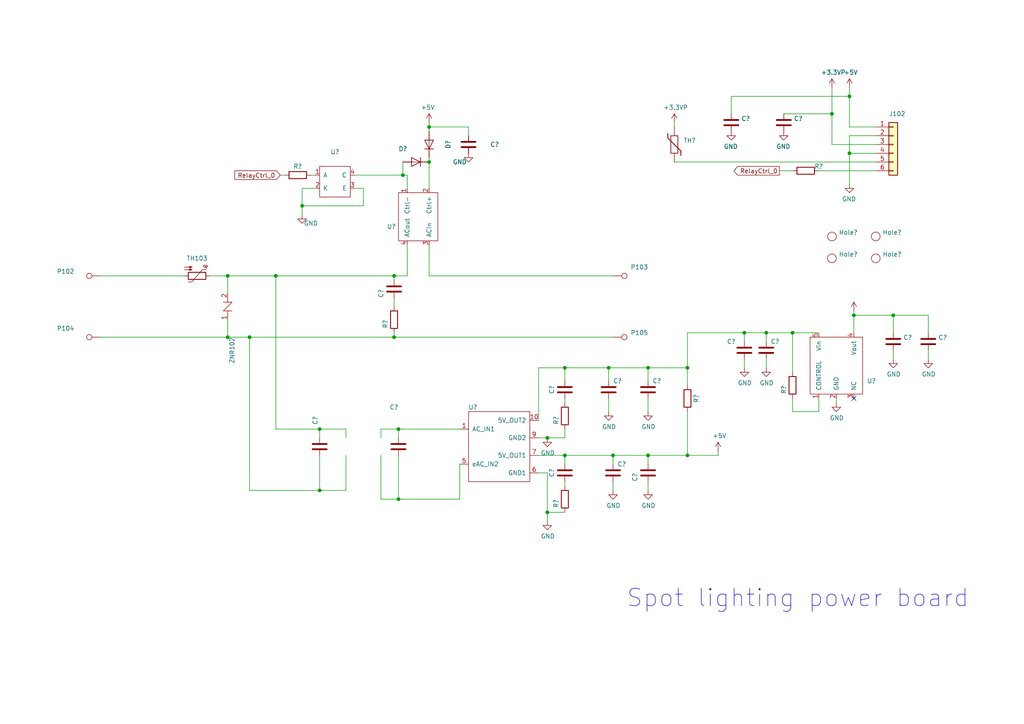
<source format=kicad_sch>
(kicad_sch (version 20211123) (generator eeschema)
  (paper "A4")
  (lib_symbols
    (symbol "Connector:TestPoint" (pin_numbers hide) (pin_names (offset 0.762) hide)
      (property "Reference" "TP" (at 0 6.858 0))
      (property "Value" "TestPoint" (at 0 5.08 0))
      (symbol "TestPoint_0_1"
        (circle (center 0 3.302) (radius 0.762))
      )
      (symbol "TestPoint_1_1"
        (pin passive line (at 0 0 90) (length 2.54) (name "1") (number "1"))
      )
    )
    (symbol "Connector_Generic:Conn_01x06" (pin_names (offset 1.016) hide)
      (property "Reference" "J" (at 0 7.62 0))
      (property "Value" "Conn_01x06" (at 0 -10.16 0))
      (symbol "Conn_01x06_1_1"
        (rectangle (start -1.27 -7.493) (end 0 -7.747) (stroke (width 0.1524)))
        (rectangle (start -1.27 -4.953) (end 0 -5.207) (stroke (width 0.1524)))
        (rectangle (start -1.27 -2.413) (end 0 -2.667) (stroke (width 0.1524)))
        (rectangle (start -1.27 0.127) (end 0 -0.127) (stroke (width 0.1524)))
        (rectangle (start -1.27 2.667) (end 0 2.413) (stroke (width 0.1524)))
        (rectangle (start -1.27 5.207) (end 0 4.953) (stroke (width 0.1524)))
        (rectangle (start -1.27 6.35) (end 1.27 -8.89) (stroke (width 0.254)) (fill (type background)))
        (pin passive line (at -5.08 5.08 0) (length 3.81) (name "Pin_1") (number "1"))
        (pin passive line (at -5.08 2.54 0) (length 3.81) (name "Pin_2") (number "2"))
        (pin passive line (at -5.08 0 0) (length 3.81) (name "Pin_3") (number "3"))
        (pin passive line (at -5.08 -2.54 0) (length 3.81) (name "Pin_4") (number "4"))
        (pin passive line (at -5.08 -5.08 0) (length 3.81) (name "Pin_5") (number "5"))
        (pin passive line (at -5.08 -7.62 0) (length 3.81) (name "Pin_6") (number "6"))
      )
    )
    (symbol "Device:R" (pin_numbers hide) (pin_names (offset 0))
      (property "Reference" "R" (at 2.032 0 90))
      (property "Value" "R" (at 0 0 90))
      (symbol "R_0_1"
        (rectangle (start -1.016 -2.54) (end 1.016 2.54) (stroke (width 0.254)))
      )
      (symbol "R_1_1"
        (pin passive line (at 0 3.81 270) (length 1.27) (name "~") (number "1"))
        (pin passive line (at 0 -3.81 90) (length 1.27) (name "~") (number "2"))
      )
    )
    (symbol "Device:Thermistor" (pin_numbers hide) (pin_names (offset 0))
      (property "Reference" "TH" (at 2.54 1.27 90))
      (property "Value" "Thermistor" (at -2.54 0 90))
      (symbol "Thermistor_0_1"
        (rectangle (start -1.016 2.54) (end 1.016 -2.54) (stroke (width 0.2032)))
        (polyline (pts (xy -1.905 3.175) (xy -1.905 1.905) (xy 1.905 -1.905) (xy 1.905 -3.175) (xy 1.905 -3.175)) (stroke (width 0.254)))
      )
      (symbol "Thermistor_1_1"
        (pin passive line (at 0 5.08 270) (length 2.54) (name "~") (number "1"))
        (pin passive line (at 0 -5.08 90) (length 2.54) (name "~") (number "2"))
      )
    )
    (symbol "Device:Thermistor_PTC" (pin_numbers hide) (pin_names (offset 0))
      (property "Reference" "TH" (at -4.064 0 90))
      (property "Value" "Thermistor_PTC" (at 3.048 0 90))
      (symbol "Thermistor_PTC_0_1"
        (arc (start -3.048 2.159) (mid -3.0495 2.3143) (end -3.175 2.413))
        (arc (start -3.048 2.159) (mid -2.9736 1.9794) (end -2.794 1.905))
        (arc (start -3.048 2.794) (mid -2.9736 2.6144) (end -2.794 2.54))
        (arc (start -2.794 1.905) (mid -2.6144 1.9794) (end -2.54 2.159))
        (arc (start -2.794 2.54) (mid -2.4393 2.5587) (end -2.159 2.794))
        (arc (start -2.794 3.048) (mid -2.9736 2.9736) (end -3.048 2.794))
        (arc (start -2.54 2.794) (mid -2.6144 2.9736) (end -2.794 3.048))
        (rectangle (start -1.016 2.54) (end 1.016 -2.54) (stroke (width 0.254)))
        (polyline (pts (xy -2.54 2.159) (xy -2.54 2.794)))
        (polyline (pts (xy -1.778 2.54) (xy -1.778 1.524) (xy 1.778 -1.524) (xy 1.778 -2.54)))
        (polyline (pts (xy -2.54 -3.683) (xy -2.54 -1.397) (xy -2.794 -2.159) (xy -2.286 -2.159) (xy -2.54 -1.397) (xy -2.54 -1.651)) (fill (type outline)))
        (polyline (pts (xy -1.778 -3.683) (xy -1.778 -1.397) (xy -2.032 -2.159) (xy -1.524 -2.159) (xy -1.778 -1.397) (xy -1.778 -1.651)) (fill (type outline)))
      )
      (symbol "Thermistor_PTC_1_1"
        (pin passive line (at 0 3.81 270) (length 1.27) (name "~") (number "1"))
        (pin passive line (at 0 -3.81 90) (length 1.27) (name "~") (number "2"))
      )
    )
    (symbol "power:+3.3VP" (power) (pin_names (offset 0))
      (property "Value" "+3.3VP" (at 0 2.54 0))
      (symbol "+3.3VP_0_0"
        (pin power_in line (at 0 0 90) (length 0) hide (name "+3.3VP") (number "1"))
      )
      (symbol "+3.3VP_0_1"
        (polyline (pts (xy -0.762 1.27) (xy 0 2.54)))
        (polyline (pts (xy 0 0) (xy 0 2.54)))
        (polyline (pts (xy 0 2.54) (xy 0.762 1.27)))
      )
    )
    (symbol "power:+5V" (power) (pin_names (offset 0))
      (property "Value" "+5V" (at 0 3.556 0))
      (symbol "+5V_0_1"
        (polyline (pts (xy -0.762 1.27) (xy 0 2.54)))
        (polyline (pts (xy 0 0) (xy 0 2.54)))
        (polyline (pts (xy 0 2.54) (xy 0.762 1.27)))
      )
      (symbol "+5V_1_1"
        (pin power_in line (at 0 0 90) (length 0) hide (name "+5V") (number "1"))
      )
    )
    (symbol "power:GND" (power) (pin_names (offset 0))
      (property "Value" "GND" (at 0 -3.81 0))
      (symbol "GND_0_1"
        (polyline (pts (xy 0 0) (xy 0 -1.27) (xy 1.27 -1.27) (xy 0 -2.54) (xy -1.27 -1.27) (xy 0 -1.27)))
      )
      (symbol "GND_1_1"
        (pin power_in line (at 0 0 270) (length 0) hide (name "GND") (number "1"))
      )
    )
    (symbol "spot-rescue:47252-spot-spot-rescue" (pin_names (offset 1.016))
      (property "Reference" "U" (at -7.62 11.43 0))
      (property "Value" "47252-spot-spot-rescue" (at -6.35 -11.43 0))
      (symbol "47252-spot-spot-rescue_0_1"
        (rectangle (start -8.89 10.16) (end 8.89 -10.16))
      )
      (symbol "47252-spot-spot-rescue_1_1"
        (pin input line (at -11.43 5.08 0) (length 2.54) (name "AC_IN1") (number "1"))
        (pin output line (at 11.43 7.62 180) (length 2.54) (name "5V_OUT2") (number "10"))
        (pin input line (at -11.43 -5.08 0) (length 2.54) (name "eAC_IN2") (number "5"))
        (pin input line (at 11.43 -7.62 180) (length 2.54) (name "GND1") (number "6"))
        (pin output line (at 11.43 -2.54 180) (length 2.54) (name "5V_OUT1") (number "7"))
        (pin input line (at 11.43 2.54 180) (length 2.54) (name "GND2") (number "9"))
      )
    )
    (symbol "spot-rescue:AQG12205-spot-spot-rescue" (pin_names (offset 1.016))
      (property "Reference" "U" (at -7.62 0 0))
      (property "Value" "AQG12205-spot-spot-rescue" (at -3.81 -2.54 0))
      (symbol "AQG12205-spot-spot-rescue_0_1"
        (rectangle (start 2.54 10.16) (end 13.97 -3.81))
      )
      (symbol "AQG12205-spot-spot-rescue_1_1"
        (pin input line (at 11.43 11.43 270) (length 1.27) (name "Ctrl-") (number "1"))
        (pin input line (at 5.08 11.43 270) (length 1.27) (name "Ctrl+") (number "2"))
        (pin input line (at 5.08 -5.08 90) (length 1.27) (name "ACin") (number "3"))
        (pin input line (at 11.43 -5.08 90) (length 1.27) (name "ACout") (number "4"))
      )
    )
    (symbol "spot-rescue:C-spot-spot-rescue" (pin_numbers hide) (pin_names (offset 0.254))
      (property "Reference" "C" (at 0.635 2.54 0))
      (property "Value" "C-spot-spot-rescue" (at 0.635 -2.54 0))
      (symbol "C-spot-spot-rescue_0_1"
        (polyline (pts (xy -2.032 -0.762) (xy 2.032 -0.762)) (stroke (width 0.508)))
        (polyline (pts (xy -2.032 0.762) (xy 2.032 0.762)) (stroke (width 0.508)))
      )
      (symbol "C-spot-spot-rescue_1_1"
        (pin passive line (at 0 2.54 270) (length 1.4986) (name "~") (number "1"))
        (pin passive line (at 0 -2.54 90) (length 1.4986) (name "~") (number "2"))
      )
    )
    (symbol "spot-rescue:D-spot-spot-rescue" (pin_numbers hide) (pin_names (offset 1.016) hide)
      (property "Reference" "D" (at 0 2.54 0))
      (property "Value" "D-spot-spot-rescue" (at 0 -2.54 0))
      (symbol "D-spot-spot-rescue_0_1"
        (polyline (pts (xy -1.27 1.27) (xy -1.27 -1.27)) (stroke (width 0.2032)))
        (polyline (pts (xy 1.27 0) (xy -1.27 0)))
        (polyline (pts (xy 1.27 1.27) (xy 1.27 -1.27) (xy -1.27 0) (xy 1.27 1.27)) (stroke (width 0.2032)))
      )
      (symbol "D-spot-spot-rescue_1_1"
        (pin passive line (at 3.81 0 180) (length 2.54) (name "A") (number "A"))
        (pin passive line (at -3.81 0 0) (length 2.54) (name "K") (number "K"))
      )
    )
    (symbol "spot-rescue:Hole-spot-rescue" (pin_names (offset 1.016))
      (property "Reference" "Hole" (at 0 -3.81 0))
      (property "Value" "Hole-spot-rescue" (at 0 -3.81 0))
      (symbol "Hole-spot-rescue_0_1"
        (circle (center 0 0) (radius 1.27))
      )
    )
    (symbol "spot-rescue:NJM2884U1-33-TE1-spot-spot-rescue" (pin_names (offset 1.016))
      (property "Reference" "U" (at -7.62 8.89 0))
      (property "Value" "NJM2884U1-33-TE1-spot-spot-rescue" (at 0 -10.16 0))
      (symbol "NJM2884U1-33-TE1-spot-spot-rescue_0_1"
        (rectangle (start -8.89 7.62) (end 7.62 -7.62))
      )
      (symbol "NJM2884U1-33-TE1-spot-spot-rescue_1_1"
        (pin input line (at -10.16 5.08 0) (length 1.27) (name "CONTROL") (number "1"))
        (pin input line (at -10.16 0 0) (length 1.27) (name "GND") (number "2"))
        (pin input line (at -10.16 -5.08 0) (length 1.27) (name "NC") (number "3"))
        (pin input line (at 8.89 -5.08 180) (length 1.27) (name "Vout") (number "4"))
        (pin input line (at 8.89 5.08 180) (length 1.27) (name "Vin") (number "5"))
      )
    )
    (symbol "spot-rescue:TLP291-spot-spot-rescue" (pin_names (offset 1.016))
      (property "Reference" "U" (at -2.54 5.08 0))
      (property "Value" "TLP291-spot-spot-rescue" (at 0 -6.35 0))
      (symbol "TLP291-spot-spot-rescue_0_1"
        (rectangle (start -3.81 3.81) (end 5.08 -5.08))
      )
      (symbol "TLP291-spot-spot-rescue_1_1"
        (pin input line (at -5.08 1.27 0) (length 1.2446) (name "A") (number "1"))
        (pin input line (at -5.08 -2.54 0) (length 1.2446) (name "K") (number "2"))
        (pin input line (at 6.35 -2.54 180) (length 1.2446) (name "E") (number "3"))
        (pin input line (at 6.35 1.27 180) (length 1.2446) (name "C") (number "4"))
      )
    )
    (symbol "spot-rescue:ZNR-spot-rescue" (pin_names (offset 1.016))
      (property "Reference" "ZNR" (at -2.54 7.62 0))
      (property "Value" "ZNR-spot-rescue" (at 1.27 -7.62 0))
      (symbol "ZNR-spot-rescue_0_1"
        (polyline (pts (xy 0 -1.27) (xy 0 -2.54)))
        (polyline (pts (xy 0 1.27) (xy 0 2.54)))
        (polyline (pts (xy -1.27 1.27) (xy 1.27 1.27) (xy -1.27 -1.27) (xy 1.27 -1.27)))
      )
      (symbol "ZNR-spot-rescue_1_1"
        (pin input line (at 0 3.81 270) (length 1.27) (name "~") (number "1"))
        (pin input line (at 0 -3.81 90) (length 1.27) (name "~") (number "2"))
      )
    )
  )
  (junction (at 163.83 106.68))
  (junction (at 187.96 106.68))
  (junction (at 177.8 132.08))
  (junction (at 80.01 80.01))
  (junction (at 229.87 96.52))
  (junction (at 124.46 46.99))
  (junction (at 72.39 97.79))
  (junction (at 222.25 96.52))
  (junction (at 114.3 80.01))
  (junction (at 176.53 106.68))
  (junction (at 124.46 36.83))
  (junction (at 116.84 50.8))
  (junction (at 92.71 124.46))
  (junction (at 199.39 106.68))
  (junction (at 87.63 59.69))
  (junction (at 246.38 27.94))
  (junction (at 158.75 148.59))
  (junction (at 199.39 132.08))
  (junction (at 163.83 132.08))
  (junction (at 187.96 132.08))
  (junction (at 215.9 96.52))
  (junction (at 115.57 144.78))
  (junction (at 115.57 124.46))
  (junction (at 66.04 80.01))
  (junction (at 241.3 33.02))
  (junction (at 158.75 127))
  (junction (at 247.65 91.44))
  (junction (at 114.3 97.79))
  (junction (at 246.38 44.45))
  (junction (at 259.08 91.44))
  (junction (at 66.04 97.79))
  (junction (at 92.71 142.24))
  (no_connect (at 247.65 115.57))
  (wire (pts (xy 229.87 115.57) (xy 229.87 119.38)))
  (wire (pts (xy 269.24 104.14) (xy 269.24 101.6)))
  (wire (pts (xy 80.01 124.46) (xy 80.01 80.01)))
  (wire (pts (xy 247.65 91.44) (xy 259.08 91.44)))
  (wire (pts (xy 66.04 92.71) (xy 66.04 97.79)))
  (wire (pts (xy 92.71 127) (xy 92.71 124.46)))
  (wire (pts (xy 158.75 137.16) (xy 156.21 137.16)))
  (wire (pts (xy 163.83 110.49) (xy 163.83 106.68)))
  (wire (pts (xy 135.89 36.83) (xy 124.46 36.83)))
  (wire (pts (xy 115.57 132.08) (xy 115.57 144.78)))
  (wire (pts (xy 80.01 80.01) (xy 114.3 80.01)))
  (wire (pts (xy 222.25 99.06) (xy 222.25 96.52)))
  (wire (pts (xy 215.9 96.52) (xy 222.25 96.52)))
  (wire (pts (xy 116.84 46.99) (xy 116.84 50.8)))
  (wire (pts (xy 105.41 59.69) (xy 87.63 59.69)))
  (wire (pts (xy 242.57 115.57) (xy 242.57 116.84)))
  (wire (pts (xy 212.09 33.02) (xy 212.09 27.94)))
  (wire (pts (xy 176.53 119.38) (xy 176.53 115.57)))
  (wire (pts (xy 29.21 80.01) (xy 53.34 80.01)))
  (wire (pts (xy 115.57 144.78) (xy 133.35 144.78)))
  (wire (pts (xy 241.3 33.02) (xy 241.3 41.91)))
  (wire (pts (xy 246.38 36.83) (xy 254 36.83)))
  (wire (pts (xy 91.44 50.8) (xy 90.17 50.8)))
  (wire (pts (xy 133.35 134.62) (xy 133.35 144.78)))
  (wire (pts (xy 187.96 106.68) (xy 176.53 106.68)))
  (wire (pts (xy 92.71 142.24) (xy 100.33 142.24)))
  (wire (pts (xy 102.87 50.8) (xy 116.84 50.8)))
  (wire (pts (xy 187.96 139.7) (xy 187.96 142.24)))
  (wire (pts (xy 177.8 139.7) (xy 177.8 142.24)))
  (wire (pts (xy 259.08 104.14) (xy 259.08 101.6)))
  (wire (pts (xy 187.96 132.08) (xy 199.39 132.08)))
  (wire (pts (xy 222.25 104.14) (xy 222.25 106.68)))
  (wire (pts (xy 156.21 132.08) (xy 163.83 132.08)))
  (wire (pts (xy 124.46 45.72) (xy 124.46 46.99)))
  (wire (pts (xy 158.75 151.13) (xy 158.75 148.59)))
  (wire (pts (xy 110.49 144.78) (xy 115.57 144.78)))
  (wire (pts (xy 124.46 80.01) (xy 177.8 80.01)))
  (wire (pts (xy 254 44.45) (xy 246.38 44.45)))
  (wire (pts (xy 247.65 91.44) (xy 247.65 90.17)))
  (wire (pts (xy 176.53 110.49) (xy 176.53 106.68)))
  (wire (pts (xy 187.96 110.49) (xy 187.96 106.68)))
  (wire (pts (xy 105.41 59.69) (xy 105.41 54.61)))
  (wire (pts (xy 215.9 99.06) (xy 215.9 96.52)))
  (wire (pts (xy 208.28 130.81) (xy 208.28 132.08)))
  (wire (pts (xy 199.39 119.38) (xy 199.39 132.08)))
  (wire (pts (xy 237.49 96.52) (xy 229.87 96.52)))
  (wire (pts (xy 92.71 132.08) (xy 92.71 142.24)))
  (wire (pts (xy 163.83 116.84) (xy 163.83 115.57)))
  (wire (pts (xy 187.96 119.38) (xy 187.96 115.57)))
  (wire (pts (xy 118.11 54.61) (xy 118.11 50.8)))
  (wire (pts (xy 241.3 25.4) (xy 241.3 33.02)))
  (wire (pts (xy 229.87 119.38) (xy 237.49 119.38)))
  (wire (pts (xy 246.38 44.45) (xy 246.38 53.34)))
  (wire (pts (xy 114.3 88.9) (xy 114.3 86.36)))
  (wire (pts (xy 237.49 49.53) (xy 254 49.53)))
  (wire (pts (xy 72.39 97.79) (xy 114.3 97.79)))
  (wire (pts (xy 105.41 54.61) (xy 102.87 54.61)))
  (wire (pts (xy 163.83 124.46) (xy 163.83 127)))
  (wire (pts (xy 247.65 96.52) (xy 247.65 91.44)))
  (wire (pts (xy 114.3 81.28) (xy 114.3 80.01)))
  (wire (pts (xy 92.71 124.46) (xy 100.33 124.46)))
  (wire (pts (xy 60.96 80.01) (xy 66.04 80.01)))
  (wire (pts (xy 118.11 50.8) (xy 116.84 50.8)))
  (wire (pts (xy 226.06 49.53) (xy 229.87 49.53)))
  (wire (pts (xy 199.39 111.76) (xy 199.39 106.68)))
  (wire (pts (xy 66.04 80.01) (xy 80.01 80.01)))
  (wire (pts (xy 254 39.37) (xy 246.38 39.37)))
  (wire (pts (xy 80.01 124.46) (xy 92.71 124.46)))
  (wire (pts (xy 87.63 59.69) (xy 87.63 62.23)))
  (wire (pts (xy 29.21 97.79) (xy 66.04 97.79)))
  (wire (pts (xy 227.33 33.02) (xy 241.3 33.02)))
  (wire (pts (xy 163.83 140.97) (xy 163.83 139.7)))
  (wire (pts (xy 124.46 35.56) (xy 124.46 36.83)))
  (wire (pts (xy 229.87 107.95) (xy 229.87 96.52)))
  (wire (pts (xy 72.39 142.24) (xy 72.39 97.79)))
  (wire (pts (xy 114.3 96.52) (xy 114.3 97.79)))
  (wire (pts (xy 156.21 106.68) (xy 163.83 106.68)))
  (wire (pts (xy 156.21 106.68) (xy 156.21 121.92)))
  (wire (pts (xy 259.08 96.52) (xy 259.08 91.44)))
  (wire (pts (xy 215.9 96.52) (xy 199.39 96.52)))
  (wire (pts (xy 110.49 124.46) (xy 115.57 124.46)))
  (wire (pts (xy 163.83 134.62) (xy 163.83 132.08)))
  (wire (pts (xy 156.21 127) (xy 158.75 127)))
  (wire (pts (xy 246.38 27.94) (xy 246.38 36.83)))
  (wire (pts (xy 177.8 134.62) (xy 177.8 132.08)))
  (wire (pts (xy 66.04 97.79) (xy 72.39 97.79)))
  (wire (pts (xy 100.33 127) (xy 100.33 124.46)))
  (wire (pts (xy 114.3 97.79) (xy 177.8 97.79)))
  (wire (pts (xy 259.08 91.44) (xy 269.24 91.44)))
  (wire (pts (xy 163.83 106.68) (xy 176.53 106.68)))
  (wire (pts (xy 100.33 132.08) (xy 100.33 142.24)))
  (wire (pts (xy 124.46 46.99) (xy 124.46 54.61)))
  (wire (pts (xy 163.83 127) (xy 158.75 127)))
  (wire (pts (xy 187.96 134.62) (xy 187.96 132.08)))
  (wire (pts (xy 246.38 25.4) (xy 246.38 27.94)))
  (wire (pts (xy 135.89 39.37) (xy 135.89 36.83)))
  (wire (pts (xy 118.11 71.12) (xy 118.11 80.01)))
  (wire (pts (xy 163.83 132.08) (xy 177.8 132.08)))
  (wire (pts (xy 208.28 132.08) (xy 199.39 132.08)))
  (wire (pts (xy 110.49 132.08) (xy 110.49 144.78)))
  (wire (pts (xy 212.09 27.94) (xy 246.38 27.94)))
  (wire (pts (xy 81.28 50.8) (xy 82.55 50.8)))
  (wire (pts (xy 163.83 148.59) (xy 158.75 148.59)))
  (wire (pts (xy 124.46 71.12) (xy 124.46 80.01)))
  (wire (pts (xy 215.9 106.68) (xy 215.9 104.14)))
  (wire (pts (xy 110.49 127) (xy 110.49 124.46)))
  (wire (pts (xy 199.39 106.68) (xy 187.96 106.68)))
  (wire (pts (xy 87.63 54.61) (xy 91.44 54.61)))
  (wire (pts (xy 241.3 41.91) (xy 254 41.91)))
  (wire (pts (xy 195.58 46.99) (xy 254 46.99)))
  (wire (pts (xy 115.57 127) (xy 115.57 124.46)))
  (wire (pts (xy 72.39 142.24) (xy 92.71 142.24)))
  (wire (pts (xy 195.58 35.56) (xy 195.58 36.83)))
  (wire (pts (xy 87.63 54.61) (xy 87.63 59.69)))
  (wire (pts (xy 124.46 36.83) (xy 124.46 38.1)))
  (wire (pts (xy 269.24 96.52) (xy 269.24 91.44)))
  (wire (pts (xy 66.04 80.01) (xy 66.04 85.09)))
  (wire (pts (xy 158.75 148.59) (xy 158.75 137.16)))
  (wire (pts (xy 237.49 119.38) (xy 237.49 115.57)))
  (wire (pts (xy 199.39 96.52) (xy 199.39 106.68)))
  (wire (pts (xy 114.3 80.01) (xy 118.11 80.01)))
  (wire (pts (xy 177.8 132.08) (xy 187.96 132.08)))
  (wire (pts (xy 246.38 39.37) (xy 246.38 44.45)))
  (wire (pts (xy 115.57 124.46) (xy 133.35 124.46)))
  (wire (pts (xy 222.25 96.52) (xy 229.87 96.52)))
  (text "Spot lighting power board" (at 181.61 176.53 0) (effects (font (size 5.0038 5.0038)) (justify left bottom)))
  (global_label "RelayCtrl_0" (shape input) (at 81.28 50.8 180) (property "Intersheet References" "${INTERSHEET_REFS}" (effects hide)))
  (global_label "RelayCtrl_0" (shape output) (at 226.06 49.53 180) (property "Intersheet References" "${INTERSHEET_REFS}" (effects hide)))
  (symbol (lib_id "Device:R") (at 199.39 115.57 0) (mirror x) (unit 1)
    (property "Reference" "R?" (at 201.93 115.57 90))
  )
  (symbol (lib_id "spot-rescue:C-spot-spot-rescue") (at 135.89 41.91 0) (mirror y) (unit 1)
    (property "Reference" "C?" (at 144.78 41.91 0) (effects (justify left)))
  )
  (symbol (lib_id "power:GND") (at 135.89 44.45 0) (mirror y) (unit 1)
    (property "Reference" "#PWR?" (effects hide))
  )
  (symbol (lib_id "spot-rescue:C-spot-spot-rescue") (at 227.33 35.56 0) (unit 1)
    (property "Reference" "C?" (at 230.251 34.3916 0) (effects (justify left)))
  )
  (symbol (lib_id "power:GND") (at 227.33 38.1 0) (mirror y) (unit 1)
    (property "Reference" "#PWR?" (effects hide))
  )
  (symbol (lib_id "Device:Thermistor") (at 195.58 41.91 180) (unit 1)
    (property "Reference" "TH?" (at 198.247 40.7416 0) (effects (justify right)))
  )
  (symbol (lib_id "spot-rescue:AQG12205-spot-spot-rescue") (at 129.54 66.04 0) (mirror y) (unit 1)
    (property "Reference" "U?" (at 114.8588 65.7098 0) (effects (justify left)))
  )
  (symbol (lib_id "power:+5V") (at 124.46 35.56 0) (mirror y) (unit 1)
    (property "Reference" "#PWR?" (effects hide))
  )
  (symbol (lib_id "spot-rescue:D-spot-spot-rescue") (at 124.46 41.91 270) (mirror x) (unit 1)
    (property "Reference" "D?" (at 129.9464 41.91 0))
  )
  (symbol (lib_id "spot-rescue:D-spot-spot-rescue") (at 120.65 46.99 0) (mirror y) (unit 1)
    (property "Reference" "D?" (at 116.84 43.18 0))
  )
  (symbol (lib_id "power:GND") (at 246.38 53.34 0) (mirror y) (unit 1)
    (property "Reference" "#PWR?" (effects hide))
  )
  (symbol (lib_id "power:GND") (at 269.24 104.14 0) (unit 1)
    (property "Reference" "#PWR?" (effects hide))
  )
  (symbol (lib_id "power:GND") (at 222.25 106.68 0) (unit 1)
    (property "Reference" "#PWR?" (effects hide))
  )
  (symbol (lib_id "power:GND") (at 215.9 106.68 0) (unit 1)
    (property "Reference" "#PWR?" (effects hide))
  )
  (symbol (lib_id "spot-rescue:NJM2884U1-33-TE1-spot-spot-rescue") (at 242.57 105.41 90) (unit 1)
    (property "Reference" "U?" (at 251.46 110.49 90) (effects (justify right)))
    (property "Datasheet" "DOCUMENTATION" (effects hide))
  )
  (symbol (lib_id "spot-rescue:C-spot-spot-rescue") (at 222.25 101.6 0) (unit 1)
    (property "Reference" "C?" (at 223.52 99.06 0) (effects (justify left)))
  )
  (symbol (lib_id "spot-rescue:C-spot-spot-rescue") (at 215.9 101.6 0) (unit 1)
    (property "Reference" "C?" (at 210.82 99.06 0) (effects (justify left)))
  )
  (symbol (lib_id "power:GND") (at 187.96 142.24 0) (unit 1)
    (property "Reference" "#PWR?" (effects hide))
  )
  (symbol (lib_id "power:GND") (at 177.8 142.24 0) (unit 1)
    (property "Reference" "#PWR?" (effects hide))
  )
  (symbol (lib_id "Device:R") (at 229.87 111.76 0) (unit 1)
    (property "Reference" "R?" (at 227.33 113.03 90))
  )
  (symbol (lib_id "spot-rescue:C-spot-spot-rescue") (at 187.96 137.16 0) (unit 1)
    (property "Reference" "C?" (at 184.15 139.7 90) (effects (justify left)))
  )
  (symbol (lib_id "spot-rescue:C-spot-spot-rescue") (at 269.24 99.06 0) (unit 1)
    (property "Reference" "C?" (at 272.161 97.8916 0) (effects (justify left)))
  )
  (symbol (lib_id "power:GND") (at 242.57 116.84 0) (unit 1)
    (property "Reference" "#PWR?" (effects hide))
  )
  (symbol (lib_id "power:GND") (at 259.08 104.14 0) (unit 1)
    (property "Reference" "#PWR?" (effects hide))
  )
  (symbol (lib_id "spot-rescue:C-spot-spot-rescue") (at 259.08 99.06 0) (unit 1)
    (property "Reference" "C?" (at 262.001 97.8916 0) (effects (justify left)))
  )
  (symbol (lib_id "power:+5V") (at 208.28 130.81 0) (unit 1)
    (property "Reference" "#PWR?" (effects hide))
  )
  (symbol (lib_id "spot-rescue:C-spot-spot-rescue") (at 187.96 113.03 0) (unit 1)
    (property "Reference" "C?" (at 189.23 110.49 0) (effects (justify left)))
  )
  (symbol (lib_id "power:GND") (at 158.75 151.13 0) (unit 1)
    (property "Reference" "#PWR?" (effects hide))
  )
  (symbol (lib_id "power:GND") (at 158.75 127 0) (unit 1)
    (property "Reference" "#PWR?" (effects hide))
  )
  (symbol (lib_id "spot-rescue:47252-spot-spot-rescue") (at 144.78 129.54 0) (unit 1)
    (property "Reference" "U?" (at 137.16 118.11 0))
    (property "Datasheet" "DOCUMENTATION" (effects hide))
  )
  (symbol (lib_id "power:GND") (at 176.53 119.38 0) (unit 1)
    (property "Reference" "#PWR?" (effects hide))
  )
  (symbol (lib_id "power:GND") (at 187.96 119.38 0) (unit 1)
    (property "Reference" "#PWR?" (effects hide))
  )
  (symbol (lib_id "Connector:TestPoint") (at 29.21 80.01 90) (unit 1)
    (property "Reference" "P102" (at 21.59 78.74 90) (effects (justify left)))
  )
  (symbol (lib_id "Connector:TestPoint") (at 29.21 97.79 90) (unit 1)
    (property "Reference" "P104" (at 21.59 95.25 90) (effects (justify left)))
  )
  (symbol (lib_id "Connector:TestPoint") (at 177.8 97.79 270) (unit 1)
    (property "Reference" "P105" (at 182.88 96.52 90) (effects (justify left)))
  )
  (symbol (lib_id "Connector:TestPoint") (at 177.8 80.01 270) (unit 1)
    (property "Reference" "P103" (at 182.88 77.47 90) (effects (justify left)))
  )
  (symbol (lib_id "Connector_Generic:Conn_01x06") (at 259.08 41.91 0) (unit 1)
    (property "Reference" "J102" (at 257.81 33.02 0) (effects (justify left)))
  )
  (symbol (lib_id "spot-rescue:ZNR-spot-rescue") (at 66.04 88.9 180) (unit 1)
    (property "Reference" "ZNR102" (at 67.31 97.79 90) (effects (justify left)))
  )
  (symbol (lib_id "power:+5V") (at 246.38 25.4 0) (unit 1)
    (property "Reference" "#PWR?" (effects hide))
  )
  (symbol (lib_id "spot-rescue:C-spot-spot-rescue") (at 212.09 35.56 0) (unit 1)
    (property "Reference" "C?" (at 215.011 34.3916 0) (effects (justify left)))
  )
  (symbol (lib_id "power:GND") (at 212.09 38.1 0) (mirror y) (unit 1)
    (property "Reference" "#PWR?" (effects hide))
  )
  (symbol (lib_id "Device:R") (at 233.68 49.53 270) (mirror x) (unit 1)
    (property "Reference" "R?" (at 237.49 48.26 90))
  )
  (symbol (lib_id "spot-rescue:C-spot-spot-rescue") (at 114.3 83.82 180) (unit 1)
    (property "Reference" "C?" (at 110.49 83.82 90) (effects (justify left)))
  )
  (symbol (lib_id "Device:R") (at 114.3 92.71 0) (mirror x) (unit 1)
    (property "Reference" "R?" (at 111.76 93.98 90))
  )
  (symbol (lib_id "Device:Thermistor_PTC") (at 57.15 80.01 270) (unit 1)
    (property "Reference" "TH103" (at 57.15 74.93 90))
  )
  (symbol (lib_id "spot-rescue:EMI_Filter_CommonMode-Device") (at 105.41 129.54 0) (mirror x) (unit 1)
    (property "Reference" "FL102" (at 104.14 124.46 0))
  )
  (symbol (lib_id "spot-rescue:C-spot-spot-rescue") (at 163.83 113.03 0) (unit 1)
    (property "Reference" "C?" (at 160.02 114.3 90) (effects (justify left)))
  )
  (symbol (lib_id "Device:R") (at 163.83 120.65 0) (mirror x) (unit 1)
    (property "Reference" "R?" (at 161.29 121.92 90))
  )
  (symbol (lib_id "spot-rescue:C-spot-spot-rescue") (at 163.83 137.16 0) (unit 1)
    (property "Reference" "C?" (at 160.02 138.43 90) (effects (justify left)))
  )
  (symbol (lib_id "Device:R") (at 163.83 144.78 0) (mirror x) (unit 1)
    (property "Reference" "R?" (at 161.29 146.05 90))
  )
  (symbol (lib_id "spot-rescue:C-spot-spot-rescue") (at 115.57 129.54 180) (unit 1)
    (property "Reference" "C?" (at 115.57 118.11 0) (effects (justify left)))
  )
  (symbol (lib_id "spot-rescue:C-spot-spot-rescue") (at 92.71 129.54 180) (unit 1)
    (property "Reference" "C?" (at 91.44 120.65 90) (effects (justify left)))
  )
  (symbol (lib_id "power:+3.3VP") (at 241.3 25.4 0) (unit 1)
    (property "Reference" "#PWR0101" (effects hide))
  )
  (symbol (lib_id "power:+3.3VP") (at 247.65 90.17 0) (unit 1)
    (property "Reference" "#PWR0102" (effects hide))
  )
  (symbol (lib_id "power:+3.3VP") (at 195.58 35.56 0) (unit 1)
    (property "Reference" "#PWR0105" (effects hide))
  )
  (symbol (lib_id "spot-rescue:C-spot-spot-rescue") (at 176.53 113.03 0) (unit 1)
    (property "Reference" "C?" (at 177.8 110.49 0) (effects (justify left)))
  )
  (symbol (lib_id "spot-rescue:C-spot-spot-rescue") (at 177.8 137.16 0) (unit 1)
    (property "Reference" "C?" (at 179.07 134.62 0) (effects (justify left)))
  )
  (symbol (lib_id "spot-rescue:Hole-spot-rescue") (at 241.3 68.58 0) (unit 1)
    (property "Reference" "Hole?" (at 243.2812 67.4116 0) (effects (justify left)))
  )
  (symbol (lib_id "spot-rescue:Hole-spot-rescue") (at 254 68.58 0) (unit 1)
    (property "Reference" "Hole?" (at 255.9812 67.4116 0) (effects (justify left)))
  )
  (symbol (lib_id "spot-rescue:Hole-spot-rescue") (at 254 74.93 0) (unit 1)
    (property "Reference" "Hole?" (at 255.9812 73.7616 0) (effects (justify left)))
  )
  (symbol (lib_id "spot-rescue:Hole-spot-rescue") (at 241.3 74.93 0) (unit 1)
    (property "Reference" "Hole?" (at 243.2812 73.7616 0) (effects (justify left)))
  )
  (symbol (lib_id "spot-rescue:TLP291-spot-spot-rescue") (at 96.52 52.07 0) (unit 1)
    (property "Reference" "U?" (at 97.155 44.069 0))
  )
  (symbol (lib_id "Device:R") (at 86.36 50.8 90) (unit 1)
    (property "Reference" "R?" (at 86.36 48.26 90))
  )
  (symbol (lib_id "power:GND") (at 87.63 62.23 0) (unit 1)
    (property "Reference" "#PWR?" (effects hide))
  )
)
</source>
